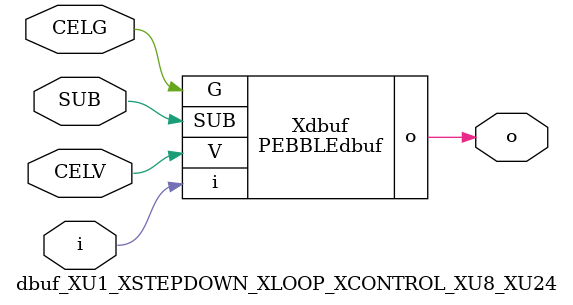
<source format=v>



module PEBBLEdbuf ( o, G, SUB, V, i );

  input V;
  input i;
  input G;
  output o;
  input SUB;
endmodule

//Celera Confidential Do Not Copy dbuf_XU1_XSTEPDOWN_XLOOP_XCONTROL_XU8_XU24
//Celera Confidential Symbol Generator
//Digital Buffer
module dbuf_XU1_XSTEPDOWN_XLOOP_XCONTROL_XU8_XU24 (CELV,CELG,i,o,SUB);
input CELV;
input CELG;
input i;
input SUB;
output o;

//Celera Confidential Do Not Copy dbuf
PEBBLEdbuf Xdbuf(
.V (CELV),
.i (i),
.o (o),
.SUB (SUB),
.G (CELG)
);
//,diesize,PEBBLEdbuf

//Celera Confidential Do Not Copy Module End
//Celera Schematic Generator
endmodule

</source>
